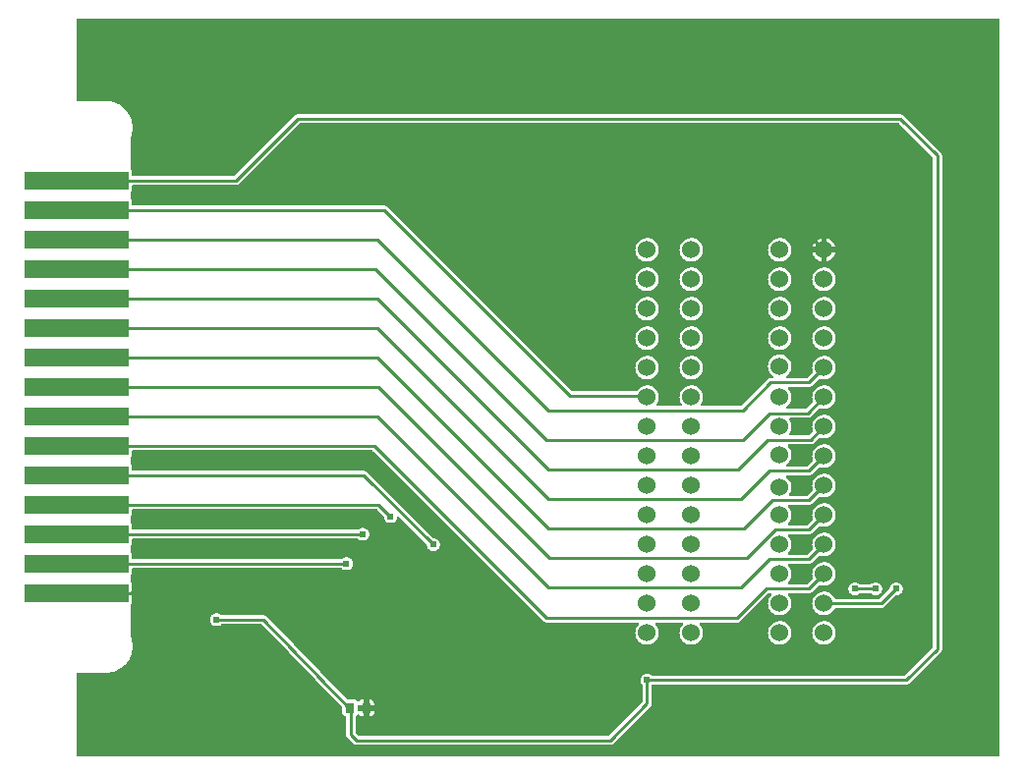
<source format=gtl>
G04 Layer: TopLayer*
G04 EasyEDA v6.5.22, 2023-04-21 14:11:52*
G04 02b723c2ecb045abbe3cd18361d6b951,0d2cea57a9a8422ebbcee2df73fbc454,10*
G04 Gerber Generator version 0.2*
G04 Scale: 100 percent, Rotated: No, Reflected: No *
G04 Dimensions in millimeters *
G04 leading zeros omitted , absolute positions ,4 integer and 5 decimal *
%FSLAX45Y45*%
%MOMM*%

%ADD10C,0.2540*%
%ADD11R,0.8000X0.9000*%
%ADD12R,9.0000X1.5240*%
%ADD13C,1.5240*%
%ADD14C,0.6096*%
%ADD15C,0.0119*%

%LPD*%
G36*
X733958Y-570992D02*
G01*
X730097Y-570230D01*
X726795Y-567994D01*
X724560Y-564743D01*
X723798Y-560832D01*
X723798Y142138D01*
X724560Y145999D01*
X726795Y149301D01*
X730097Y151536D01*
X733958Y152298D01*
X977646Y152298D01*
X998931Y153365D01*
X1021080Y156565D01*
X1042873Y161950D01*
X1064006Y169418D01*
X1086866Y180289D01*
X1105966Y191973D01*
X1123848Y205486D01*
X1140307Y220675D01*
X1155242Y237388D01*
X1168450Y255524D01*
X1178458Y272237D01*
X1188161Y292455D01*
X1189278Y295148D01*
X1195832Y313537D01*
X1201978Y338074D01*
X1204823Y357378D01*
X1206042Y379730D01*
X1204823Y405028D01*
X1201978Y424332D01*
X1196695Y445973D01*
X1194308Y453085D01*
X1193800Y456285D01*
X1193800Y742492D01*
X1194206Y745286D01*
X1195374Y747877D01*
X1197203Y750773D01*
X1199083Y756259D01*
X1199794Y762558D01*
X1199794Y814069D01*
X1196644Y816305D01*
X1194562Y819556D01*
X1193800Y823366D01*
X1193800Y853033D01*
X1194562Y856843D01*
X1196644Y860094D01*
X1199794Y862330D01*
X1199794Y913841D01*
X1199083Y920140D01*
X1197203Y925626D01*
X1195374Y928522D01*
X1194206Y931113D01*
X1193800Y933907D01*
X1193800Y996492D01*
X1194206Y999286D01*
X1195374Y1001877D01*
X1197203Y1004773D01*
X1199083Y1010259D01*
X1199794Y1016558D01*
X1199794Y1043432D01*
X1200607Y1047343D01*
X1202791Y1050594D01*
X1206093Y1052830D01*
X1209954Y1053592D01*
X3002991Y1053592D01*
X3006902Y1052830D01*
X3010204Y1050594D01*
X3011779Y1049020D01*
X3019806Y1043381D01*
X3028746Y1039266D01*
X3038195Y1036726D01*
X3048000Y1035862D01*
X3057804Y1036726D01*
X3067253Y1039266D01*
X3076194Y1043381D01*
X3084220Y1049020D01*
X3091180Y1055979D01*
X3096818Y1064006D01*
X3100933Y1072946D01*
X3103473Y1082395D01*
X3104337Y1092200D01*
X3103473Y1102004D01*
X3100933Y1111453D01*
X3096818Y1120394D01*
X3091180Y1128420D01*
X3084220Y1135380D01*
X3076194Y1141018D01*
X3067253Y1145133D01*
X3057804Y1147673D01*
X3048000Y1148537D01*
X3038195Y1147673D01*
X3028746Y1145133D01*
X3019806Y1141018D01*
X3011779Y1135380D01*
X3010204Y1133805D01*
X3006902Y1131570D01*
X3002991Y1130808D01*
X1209954Y1130808D01*
X1206093Y1131570D01*
X1202791Y1133805D01*
X1200607Y1137056D01*
X1199794Y1140968D01*
X1199794Y1167841D01*
X1199083Y1174140D01*
X1197203Y1179626D01*
X1195374Y1182522D01*
X1194206Y1185113D01*
X1193800Y1187907D01*
X1193800Y1250492D01*
X1194206Y1253286D01*
X1195374Y1255877D01*
X1197203Y1258773D01*
X1199083Y1264259D01*
X1199794Y1270558D01*
X1199794Y1297432D01*
X1200607Y1301343D01*
X1202791Y1304594D01*
X1206093Y1306830D01*
X1209954Y1307592D01*
X3142691Y1307592D01*
X3146602Y1306830D01*
X3149904Y1304594D01*
X3151479Y1303020D01*
X3159506Y1297381D01*
X3168446Y1293266D01*
X3177895Y1290726D01*
X3187700Y1289862D01*
X3197504Y1290726D01*
X3206953Y1293266D01*
X3215894Y1297381D01*
X3223920Y1303020D01*
X3230880Y1309979D01*
X3236518Y1318006D01*
X3240633Y1326946D01*
X3243173Y1336395D01*
X3244037Y1346200D01*
X3243173Y1356004D01*
X3240633Y1365453D01*
X3236518Y1374394D01*
X3230880Y1382420D01*
X3223920Y1389380D01*
X3215894Y1395018D01*
X3206953Y1399133D01*
X3197504Y1401673D01*
X3187700Y1402537D01*
X3177895Y1401673D01*
X3168446Y1399133D01*
X3159506Y1395018D01*
X3151479Y1389380D01*
X3149904Y1387805D01*
X3146602Y1385570D01*
X3142691Y1384808D01*
X1209954Y1384808D01*
X1206093Y1385570D01*
X1202791Y1387805D01*
X1200607Y1391056D01*
X1199794Y1394968D01*
X1199794Y1421841D01*
X1199083Y1428140D01*
X1197203Y1433626D01*
X1195374Y1436522D01*
X1194206Y1439113D01*
X1193800Y1441907D01*
X1193800Y1504492D01*
X1194206Y1507286D01*
X1195374Y1509877D01*
X1197203Y1512773D01*
X1199083Y1518259D01*
X1199794Y1524558D01*
X1199794Y1551432D01*
X1200607Y1555343D01*
X1202791Y1558594D01*
X1206093Y1560830D01*
X1209954Y1561592D01*
X3307181Y1561592D01*
X3311093Y1560830D01*
X3314395Y1558594D01*
X3369868Y1503121D01*
X3371900Y1500225D01*
X3372815Y1496822D01*
X3373526Y1488795D01*
X3376066Y1479346D01*
X3380181Y1470406D01*
X3385820Y1462379D01*
X3392779Y1455420D01*
X3400806Y1449781D01*
X3409746Y1445666D01*
X3419195Y1443126D01*
X3429000Y1442262D01*
X3438804Y1443126D01*
X3448253Y1445666D01*
X3457194Y1449781D01*
X3465220Y1455420D01*
X3472179Y1462379D01*
X3477818Y1470406D01*
X3481933Y1479346D01*
X3484473Y1488795D01*
X3484727Y1491640D01*
X3485794Y1495348D01*
X3488131Y1498346D01*
X3491382Y1500327D01*
X3495141Y1500936D01*
X3498900Y1500073D01*
X3502050Y1497939D01*
X3738168Y1261821D01*
X3740200Y1258925D01*
X3741115Y1255522D01*
X3741826Y1247495D01*
X3744366Y1238046D01*
X3748481Y1229106D01*
X3754120Y1221079D01*
X3761079Y1214120D01*
X3769106Y1208481D01*
X3778046Y1204366D01*
X3787495Y1201826D01*
X3797300Y1200962D01*
X3807104Y1201826D01*
X3816553Y1204366D01*
X3825494Y1208481D01*
X3833520Y1214120D01*
X3840479Y1221079D01*
X3846118Y1229106D01*
X3850233Y1238046D01*
X3852773Y1247495D01*
X3853637Y1257300D01*
X3852773Y1267104D01*
X3850233Y1276553D01*
X3846118Y1285494D01*
X3840479Y1293520D01*
X3833520Y1300480D01*
X3825494Y1306118D01*
X3816553Y1310233D01*
X3807104Y1312773D01*
X3799078Y1313484D01*
X3795674Y1314399D01*
X3792778Y1316431D01*
X3228035Y1881124D01*
X3221837Y1886254D01*
X3215132Y1889810D01*
X3207918Y1891995D01*
X3199892Y1892807D01*
X1209954Y1892807D01*
X1206093Y1893570D01*
X1202791Y1895805D01*
X1200607Y1899056D01*
X1199794Y1902968D01*
X1199794Y1929841D01*
X1199083Y1936140D01*
X1197203Y1941626D01*
X1195374Y1944522D01*
X1194206Y1947113D01*
X1193800Y1949907D01*
X1193800Y2012492D01*
X1194206Y2015286D01*
X1195374Y2017877D01*
X1197203Y2020773D01*
X1199083Y2026259D01*
X1199794Y2032558D01*
X1199794Y2059432D01*
X1200607Y2063343D01*
X1202791Y2066594D01*
X1206093Y2068830D01*
X1209954Y2069592D01*
X3269081Y2069592D01*
X3272993Y2068830D01*
X3276295Y2066594D01*
X4747564Y595376D01*
X4753762Y590245D01*
X4760468Y586689D01*
X4767681Y584504D01*
X4775708Y583692D01*
X5558536Y583692D01*
X5562346Y582930D01*
X5565597Y580847D01*
X5567781Y577646D01*
X5568696Y573887D01*
X5568035Y570026D01*
X5566054Y566724D01*
X5558688Y558546D01*
X5550966Y547319D01*
X5544820Y535178D01*
X5540349Y522274D01*
X5537606Y508914D01*
X5536692Y495300D01*
X5537606Y481685D01*
X5540349Y468325D01*
X5544820Y455422D01*
X5550966Y443280D01*
X5558688Y432054D01*
X5567832Y421893D01*
X5578246Y413105D01*
X5589727Y405790D01*
X5602122Y400050D01*
X5615127Y395986D01*
X5628589Y393750D01*
X5642203Y393293D01*
X5655767Y394614D01*
X5669026Y397814D01*
X5681776Y402691D01*
X5693714Y409244D01*
X5704687Y417322D01*
X5714492Y426821D01*
X5722975Y437540D01*
X5729935Y449275D01*
X5735218Y461822D01*
X5738825Y474980D01*
X5740654Y488492D01*
X5740654Y502107D01*
X5738825Y515620D01*
X5735218Y528777D01*
X5729935Y541324D01*
X5722975Y553059D01*
X5714492Y563778D01*
X5711952Y566216D01*
X5709716Y569518D01*
X5708904Y573430D01*
X5709615Y577342D01*
X5711799Y580694D01*
X5715101Y582930D01*
X5719064Y583692D01*
X5939536Y583692D01*
X5943346Y582930D01*
X5946597Y580847D01*
X5948781Y577646D01*
X5949696Y573887D01*
X5949035Y570026D01*
X5947054Y566724D01*
X5939688Y558546D01*
X5931966Y547319D01*
X5925820Y535178D01*
X5921349Y522274D01*
X5918606Y508914D01*
X5917692Y495300D01*
X5918606Y481685D01*
X5921349Y468325D01*
X5925820Y455422D01*
X5931966Y443280D01*
X5939688Y432054D01*
X5948832Y421893D01*
X5959246Y413105D01*
X5970727Y405790D01*
X5983122Y400050D01*
X5996127Y395986D01*
X6009589Y393750D01*
X6023203Y393293D01*
X6036767Y394614D01*
X6050026Y397814D01*
X6062776Y402691D01*
X6074714Y409244D01*
X6085687Y417322D01*
X6095492Y426821D01*
X6103975Y437540D01*
X6110935Y449275D01*
X6116218Y461822D01*
X6119825Y474980D01*
X6121654Y488492D01*
X6121654Y502107D01*
X6119825Y515620D01*
X6116218Y528777D01*
X6110935Y541324D01*
X6103975Y553059D01*
X6095492Y563778D01*
X6092952Y566216D01*
X6090716Y569518D01*
X6089904Y573430D01*
X6090615Y577342D01*
X6092799Y580694D01*
X6096101Y582930D01*
X6100064Y583692D01*
X6412992Y583692D01*
X6421018Y584504D01*
X6428232Y586689D01*
X6434937Y590245D01*
X6441135Y595376D01*
X6680504Y834694D01*
X6683806Y836930D01*
X6687718Y837692D01*
X6701536Y837692D01*
X6705346Y836930D01*
X6708597Y834847D01*
X6710781Y831646D01*
X6711696Y827887D01*
X6711035Y824026D01*
X6709054Y820724D01*
X6701688Y812546D01*
X6693966Y801319D01*
X6687820Y789178D01*
X6683349Y776274D01*
X6680606Y762914D01*
X6679692Y749300D01*
X6680606Y735685D01*
X6683349Y722325D01*
X6687820Y709422D01*
X6693966Y697280D01*
X6701688Y686054D01*
X6710832Y675894D01*
X6721246Y667105D01*
X6732727Y659790D01*
X6745122Y654050D01*
X6758127Y649986D01*
X6771589Y647750D01*
X6785203Y647293D01*
X6798767Y648614D01*
X6812025Y651814D01*
X6824776Y656691D01*
X6836714Y663244D01*
X6847687Y671322D01*
X6857492Y680821D01*
X6865975Y691540D01*
X6872935Y703275D01*
X6878218Y715822D01*
X6881825Y728980D01*
X6883653Y742492D01*
X6883653Y756107D01*
X6881825Y769620D01*
X6878218Y782777D01*
X6872935Y795324D01*
X6865975Y807059D01*
X6857492Y817778D01*
X6854952Y820216D01*
X6852716Y823518D01*
X6851903Y827430D01*
X6852615Y831342D01*
X6854799Y834694D01*
X6858101Y836930D01*
X6862064Y837692D01*
X7035292Y837692D01*
X7043318Y838504D01*
X7050531Y840689D01*
X7057237Y844245D01*
X7063435Y849376D01*
X7118756Y904646D01*
X7121753Y906729D01*
X7125309Y907592D01*
X7128916Y907135D01*
X7139127Y903986D01*
X7152589Y901750D01*
X7166203Y901293D01*
X7179767Y902614D01*
X7193025Y905814D01*
X7205776Y910691D01*
X7217714Y917244D01*
X7228687Y925321D01*
X7238492Y934821D01*
X7246975Y945540D01*
X7253935Y957275D01*
X7259218Y969822D01*
X7262825Y982980D01*
X7264653Y996492D01*
X7264653Y1010107D01*
X7262825Y1023619D01*
X7259218Y1036777D01*
X7253935Y1049324D01*
X7246975Y1061059D01*
X7238492Y1071778D01*
X7228687Y1081278D01*
X7217714Y1089355D01*
X7205776Y1095908D01*
X7193025Y1100785D01*
X7179767Y1103985D01*
X7166203Y1105306D01*
X7152589Y1104849D01*
X7139127Y1102614D01*
X7126122Y1098550D01*
X7113727Y1092809D01*
X7102246Y1085494D01*
X7091832Y1076706D01*
X7082688Y1066546D01*
X7074966Y1055319D01*
X7068820Y1043178D01*
X7064349Y1030274D01*
X7061606Y1016914D01*
X7060692Y1003300D01*
X7061606Y989685D01*
X7064349Y976325D01*
X7066584Y969822D01*
X7067143Y966063D01*
X7066330Y962406D01*
X7064197Y959307D01*
X7022795Y917905D01*
X7019493Y915669D01*
X7015581Y914908D01*
X6862064Y914908D01*
X6858101Y915669D01*
X6854799Y917905D01*
X6852615Y921258D01*
X6851903Y925169D01*
X6852716Y929081D01*
X6854952Y932383D01*
X6857492Y934821D01*
X6865975Y945540D01*
X6872935Y957275D01*
X6878218Y969822D01*
X6881825Y982980D01*
X6883653Y996492D01*
X6883653Y1010107D01*
X6881825Y1023619D01*
X6878218Y1036777D01*
X6872935Y1049324D01*
X6865975Y1061059D01*
X6857492Y1071778D01*
X6854952Y1074216D01*
X6852716Y1077518D01*
X6851903Y1081430D01*
X6852615Y1085342D01*
X6854799Y1088694D01*
X6858101Y1090930D01*
X6862064Y1091692D01*
X7035292Y1091692D01*
X7043318Y1092504D01*
X7050531Y1094689D01*
X7057237Y1098245D01*
X7063435Y1103376D01*
X7118756Y1158646D01*
X7121753Y1160729D01*
X7125309Y1161592D01*
X7128916Y1161135D01*
X7139127Y1157986D01*
X7152589Y1155750D01*
X7166203Y1155293D01*
X7179767Y1156614D01*
X7193025Y1159814D01*
X7205776Y1164691D01*
X7217714Y1171244D01*
X7228687Y1179322D01*
X7238492Y1188821D01*
X7246975Y1199540D01*
X7253935Y1211275D01*
X7259218Y1223822D01*
X7262825Y1236980D01*
X7264653Y1250492D01*
X7264653Y1264107D01*
X7262825Y1277620D01*
X7259218Y1290777D01*
X7253935Y1303324D01*
X7246975Y1315059D01*
X7238492Y1325778D01*
X7228687Y1335278D01*
X7217714Y1343355D01*
X7205776Y1349908D01*
X7193025Y1354785D01*
X7179767Y1357985D01*
X7166203Y1359306D01*
X7152589Y1358849D01*
X7139127Y1356614D01*
X7126122Y1352550D01*
X7113727Y1346809D01*
X7102246Y1339494D01*
X7091832Y1330706D01*
X7082688Y1320546D01*
X7074966Y1309319D01*
X7068820Y1297178D01*
X7064349Y1284274D01*
X7061606Y1270914D01*
X7060692Y1257300D01*
X7061606Y1243685D01*
X7064349Y1230325D01*
X7066584Y1223822D01*
X7067143Y1220063D01*
X7066330Y1216406D01*
X7064197Y1213307D01*
X7022795Y1171905D01*
X7019493Y1169670D01*
X7015581Y1168908D01*
X6862064Y1168908D01*
X6858101Y1169670D01*
X6854799Y1171905D01*
X6852615Y1175258D01*
X6851903Y1179169D01*
X6852716Y1183081D01*
X6854952Y1186383D01*
X6857492Y1188821D01*
X6865975Y1199540D01*
X6872935Y1211275D01*
X6878218Y1223822D01*
X6881825Y1236980D01*
X6883653Y1250492D01*
X6883653Y1264107D01*
X6881825Y1277620D01*
X6878218Y1290777D01*
X6872935Y1303324D01*
X6865975Y1315059D01*
X6857492Y1325778D01*
X6854952Y1328216D01*
X6852716Y1331518D01*
X6851903Y1335430D01*
X6852615Y1339342D01*
X6854799Y1342694D01*
X6858101Y1344930D01*
X6862064Y1345692D01*
X7035292Y1345692D01*
X7043318Y1346504D01*
X7050531Y1348689D01*
X7057237Y1352245D01*
X7063435Y1357376D01*
X7118756Y1412646D01*
X7121753Y1414729D01*
X7125309Y1415592D01*
X7128916Y1415135D01*
X7139127Y1411986D01*
X7152589Y1409750D01*
X7166203Y1409293D01*
X7179767Y1410614D01*
X7193025Y1413814D01*
X7205776Y1418691D01*
X7217714Y1425244D01*
X7228687Y1433322D01*
X7238492Y1442821D01*
X7246975Y1453540D01*
X7253935Y1465275D01*
X7259218Y1477822D01*
X7262825Y1490980D01*
X7264653Y1504492D01*
X7264653Y1518107D01*
X7262825Y1531620D01*
X7259218Y1544777D01*
X7253935Y1557324D01*
X7246975Y1569059D01*
X7238492Y1579778D01*
X7228687Y1589278D01*
X7217714Y1597355D01*
X7205776Y1603908D01*
X7193025Y1608785D01*
X7179767Y1611985D01*
X7166203Y1613306D01*
X7152589Y1612849D01*
X7139127Y1610614D01*
X7126122Y1606550D01*
X7113727Y1600809D01*
X7102246Y1593494D01*
X7091832Y1584706D01*
X7082688Y1574546D01*
X7074966Y1563319D01*
X7068820Y1551178D01*
X7064349Y1538274D01*
X7061606Y1524914D01*
X7060692Y1511300D01*
X7061606Y1497685D01*
X7064349Y1484325D01*
X7066584Y1477822D01*
X7067143Y1474063D01*
X7066330Y1470406D01*
X7064197Y1467307D01*
X7022795Y1425905D01*
X7019493Y1423670D01*
X7015581Y1422908D01*
X6862064Y1422908D01*
X6858101Y1423670D01*
X6854799Y1425905D01*
X6852615Y1429258D01*
X6851903Y1433169D01*
X6852716Y1437081D01*
X6854952Y1440383D01*
X6857492Y1442821D01*
X6865975Y1453540D01*
X6872935Y1465275D01*
X6878218Y1477822D01*
X6881825Y1490980D01*
X6883653Y1504492D01*
X6883653Y1518107D01*
X6881825Y1531620D01*
X6878218Y1544777D01*
X6872935Y1557324D01*
X6865975Y1569059D01*
X6857492Y1579778D01*
X6854952Y1582216D01*
X6852716Y1585518D01*
X6851903Y1589430D01*
X6852615Y1593342D01*
X6854799Y1596694D01*
X6858101Y1598930D01*
X6862064Y1599692D01*
X7035292Y1599692D01*
X7043318Y1600504D01*
X7050531Y1602689D01*
X7057237Y1606245D01*
X7063435Y1611376D01*
X7118756Y1666646D01*
X7121753Y1668729D01*
X7125309Y1669592D01*
X7128916Y1669135D01*
X7139127Y1665986D01*
X7152589Y1663750D01*
X7166203Y1663293D01*
X7179767Y1664614D01*
X7193025Y1667814D01*
X7205776Y1672691D01*
X7217714Y1679244D01*
X7228687Y1687322D01*
X7238492Y1696821D01*
X7246975Y1707540D01*
X7253935Y1719275D01*
X7259218Y1731822D01*
X7262825Y1744980D01*
X7264653Y1758492D01*
X7264653Y1772107D01*
X7262825Y1785620D01*
X7259218Y1798777D01*
X7253935Y1811324D01*
X7246975Y1823059D01*
X7238492Y1833778D01*
X7228687Y1843278D01*
X7217714Y1851355D01*
X7205776Y1857908D01*
X7193025Y1862785D01*
X7179767Y1865985D01*
X7166203Y1867306D01*
X7152589Y1866849D01*
X7139127Y1864614D01*
X7126122Y1860550D01*
X7113727Y1854809D01*
X7102246Y1847494D01*
X7091832Y1838706D01*
X7082688Y1828546D01*
X7074966Y1817319D01*
X7068820Y1805178D01*
X7064349Y1792274D01*
X7061606Y1778914D01*
X7060692Y1765300D01*
X7061606Y1751685D01*
X7064349Y1738325D01*
X7066584Y1731822D01*
X7067143Y1728063D01*
X7066330Y1724406D01*
X7064197Y1721307D01*
X7022795Y1679905D01*
X7019493Y1677670D01*
X7015581Y1676907D01*
X6872782Y1676907D01*
X6868363Y1677924D01*
X6864858Y1680718D01*
X6862876Y1684782D01*
X6862876Y1689303D01*
X6864807Y1693367D01*
X6865975Y1694840D01*
X6872935Y1706575D01*
X6878218Y1719122D01*
X6881825Y1732280D01*
X6883653Y1745792D01*
X6883653Y1759407D01*
X6881825Y1772920D01*
X6878218Y1786077D01*
X6872935Y1798624D01*
X6865975Y1810359D01*
X6857492Y1821078D01*
X6847687Y1830578D01*
X6841185Y1835353D01*
X6838391Y1838502D01*
X6837121Y1842516D01*
X6837578Y1846681D01*
X6839712Y1850339D01*
X6843115Y1852828D01*
X6847230Y1853692D01*
X7035292Y1853692D01*
X7043318Y1854504D01*
X7050531Y1856689D01*
X7057237Y1860245D01*
X7063435Y1865375D01*
X7118756Y1920646D01*
X7121753Y1922729D01*
X7125309Y1923592D01*
X7128916Y1923135D01*
X7139127Y1919986D01*
X7152589Y1917750D01*
X7166203Y1917293D01*
X7179767Y1918614D01*
X7193025Y1921814D01*
X7205776Y1926691D01*
X7217714Y1933244D01*
X7228687Y1941322D01*
X7238492Y1950821D01*
X7246975Y1961540D01*
X7253935Y1973275D01*
X7259218Y1985822D01*
X7262825Y1998980D01*
X7264653Y2012492D01*
X7264653Y2026107D01*
X7262825Y2039620D01*
X7259218Y2052777D01*
X7253935Y2065324D01*
X7246975Y2077059D01*
X7238492Y2087778D01*
X7228687Y2097278D01*
X7217714Y2105355D01*
X7205776Y2111908D01*
X7193025Y2116785D01*
X7179767Y2119985D01*
X7166203Y2121306D01*
X7152589Y2120849D01*
X7139127Y2118614D01*
X7126122Y2114550D01*
X7113727Y2108809D01*
X7102246Y2101494D01*
X7091832Y2092706D01*
X7082688Y2082546D01*
X7074966Y2071319D01*
X7068820Y2059178D01*
X7064349Y2046274D01*
X7061606Y2032914D01*
X7060692Y2019300D01*
X7061606Y2005685D01*
X7064349Y1992325D01*
X7066584Y1985822D01*
X7067143Y1982063D01*
X7066330Y1978406D01*
X7064197Y1975307D01*
X7022795Y1933905D01*
X7019493Y1931670D01*
X7015581Y1930907D01*
X6847230Y1930907D01*
X6843115Y1931771D01*
X6839712Y1934260D01*
X6837578Y1937918D01*
X6837121Y1942084D01*
X6838391Y1946097D01*
X6841185Y1949246D01*
X6847687Y1954022D01*
X6857492Y1963521D01*
X6865975Y1974240D01*
X6872935Y1985975D01*
X6878218Y1998522D01*
X6881825Y2011680D01*
X6883653Y2025192D01*
X6883653Y2038807D01*
X6881825Y2052320D01*
X6878218Y2065477D01*
X6872935Y2078024D01*
X6865975Y2089759D01*
X6857492Y2100478D01*
X6854952Y2102916D01*
X6852716Y2106218D01*
X6851903Y2110130D01*
X6852615Y2114042D01*
X6854799Y2117394D01*
X6858101Y2119630D01*
X6862064Y2120392D01*
X7047992Y2120392D01*
X7056018Y2121204D01*
X7063231Y2123389D01*
X7069937Y2126945D01*
X7076135Y2132076D01*
X7118756Y2174646D01*
X7121753Y2176729D01*
X7125309Y2177592D01*
X7128916Y2177135D01*
X7139127Y2173986D01*
X7152589Y2171750D01*
X7166203Y2171293D01*
X7179767Y2172614D01*
X7193025Y2175814D01*
X7205776Y2180691D01*
X7217714Y2187244D01*
X7228687Y2195322D01*
X7238492Y2204821D01*
X7246975Y2215540D01*
X7253935Y2227275D01*
X7259218Y2239822D01*
X7262825Y2252980D01*
X7264653Y2266492D01*
X7264653Y2280107D01*
X7262825Y2293620D01*
X7259218Y2306777D01*
X7253935Y2319324D01*
X7246975Y2331059D01*
X7238492Y2341778D01*
X7228687Y2351278D01*
X7217714Y2359355D01*
X7205776Y2365908D01*
X7193025Y2370785D01*
X7179767Y2373985D01*
X7166203Y2375306D01*
X7152589Y2374849D01*
X7139127Y2372614D01*
X7126122Y2368550D01*
X7113727Y2362809D01*
X7102246Y2355494D01*
X7091832Y2346706D01*
X7082688Y2336546D01*
X7074966Y2325319D01*
X7068820Y2313178D01*
X7064349Y2300274D01*
X7061606Y2286914D01*
X7060692Y2273300D01*
X7061606Y2259685D01*
X7064349Y2246325D01*
X7066584Y2239822D01*
X7067143Y2236063D01*
X7066330Y2232406D01*
X7064197Y2229307D01*
X7035495Y2200605D01*
X7032193Y2198370D01*
X7028281Y2197608D01*
X6872782Y2197608D01*
X6868363Y2198624D01*
X6864858Y2201418D01*
X6862876Y2205482D01*
X6862876Y2210003D01*
X6864807Y2214067D01*
X6865975Y2215540D01*
X6872935Y2227275D01*
X6878218Y2239822D01*
X6881825Y2252980D01*
X6883653Y2266492D01*
X6883653Y2280107D01*
X6881825Y2293620D01*
X6878218Y2306777D01*
X6872935Y2319324D01*
X6865975Y2331059D01*
X6864807Y2332532D01*
X6862876Y2336596D01*
X6862876Y2341118D01*
X6864858Y2345182D01*
X6868363Y2347976D01*
X6872782Y2348992D01*
X7022592Y2348992D01*
X7030618Y2349804D01*
X7037831Y2351989D01*
X7044537Y2355545D01*
X7050735Y2360676D01*
X7118756Y2428646D01*
X7121753Y2430729D01*
X7125309Y2431592D01*
X7128916Y2431135D01*
X7139127Y2427986D01*
X7152589Y2425750D01*
X7166203Y2425293D01*
X7179767Y2426614D01*
X7193025Y2429814D01*
X7205776Y2434691D01*
X7217714Y2441244D01*
X7228687Y2449322D01*
X7238492Y2458821D01*
X7246975Y2469540D01*
X7253935Y2481275D01*
X7259218Y2493822D01*
X7262825Y2506980D01*
X7264653Y2520492D01*
X7264653Y2534107D01*
X7262825Y2547620D01*
X7259218Y2560777D01*
X7253935Y2573324D01*
X7246975Y2585059D01*
X7238492Y2595778D01*
X7228687Y2605278D01*
X7217714Y2613355D01*
X7205776Y2619908D01*
X7193025Y2624785D01*
X7179767Y2627985D01*
X7166203Y2629306D01*
X7152589Y2628849D01*
X7139127Y2626614D01*
X7126122Y2622550D01*
X7113727Y2616809D01*
X7102246Y2609494D01*
X7091832Y2600706D01*
X7082688Y2590546D01*
X7074966Y2579319D01*
X7068820Y2567178D01*
X7064349Y2554274D01*
X7061606Y2540914D01*
X7060692Y2527300D01*
X7061606Y2513685D01*
X7064349Y2500325D01*
X7066584Y2493822D01*
X7067143Y2490063D01*
X7066330Y2486406D01*
X7064197Y2483307D01*
X7010095Y2429205D01*
X7006793Y2426970D01*
X7002881Y2426208D01*
X6847230Y2426208D01*
X6843115Y2427071D01*
X6839712Y2429560D01*
X6837578Y2433218D01*
X6837121Y2437384D01*
X6838391Y2441397D01*
X6841185Y2444546D01*
X6847687Y2449322D01*
X6857492Y2458821D01*
X6865975Y2469540D01*
X6872935Y2481275D01*
X6878218Y2493822D01*
X6881825Y2506980D01*
X6883653Y2520492D01*
X6883653Y2534107D01*
X6881825Y2547620D01*
X6878218Y2560777D01*
X6872935Y2573324D01*
X6865975Y2585059D01*
X6857492Y2595778D01*
X6854952Y2598216D01*
X6852716Y2601518D01*
X6851903Y2605430D01*
X6852615Y2609342D01*
X6854799Y2612694D01*
X6858101Y2614930D01*
X6862064Y2615692D01*
X7035292Y2615692D01*
X7043318Y2616504D01*
X7050531Y2618689D01*
X7057237Y2622245D01*
X7063435Y2627376D01*
X7118756Y2682646D01*
X7121753Y2684729D01*
X7125309Y2685592D01*
X7128916Y2685135D01*
X7139127Y2681986D01*
X7152589Y2679750D01*
X7166203Y2679293D01*
X7179767Y2680614D01*
X7193025Y2683814D01*
X7205776Y2688691D01*
X7217714Y2695244D01*
X7228687Y2703322D01*
X7238492Y2712821D01*
X7246975Y2723540D01*
X7253935Y2735275D01*
X7259218Y2747822D01*
X7262825Y2760980D01*
X7264653Y2774492D01*
X7264653Y2788107D01*
X7262825Y2801620D01*
X7259218Y2814777D01*
X7253935Y2827324D01*
X7246975Y2839059D01*
X7238492Y2849778D01*
X7228687Y2859278D01*
X7217714Y2867355D01*
X7205776Y2873908D01*
X7193025Y2878785D01*
X7179767Y2881985D01*
X7166203Y2883306D01*
X7152589Y2882849D01*
X7139127Y2880614D01*
X7126122Y2876550D01*
X7113727Y2870809D01*
X7102246Y2863494D01*
X7091832Y2854706D01*
X7082688Y2844546D01*
X7074966Y2833319D01*
X7068820Y2821178D01*
X7064349Y2808274D01*
X7061606Y2794914D01*
X7060692Y2781300D01*
X7061606Y2767685D01*
X7064349Y2754325D01*
X7066584Y2747822D01*
X7067143Y2744063D01*
X7066330Y2740406D01*
X7064197Y2737307D01*
X7022795Y2695905D01*
X7019493Y2693670D01*
X7015581Y2692908D01*
X6847230Y2692908D01*
X6843115Y2693771D01*
X6839712Y2696260D01*
X6837578Y2699918D01*
X6837121Y2704084D01*
X6838391Y2708097D01*
X6841185Y2711246D01*
X6847687Y2716022D01*
X6857492Y2725521D01*
X6865975Y2736240D01*
X6872935Y2747975D01*
X6878218Y2760522D01*
X6881825Y2773680D01*
X6883653Y2787192D01*
X6883653Y2800807D01*
X6881825Y2814320D01*
X6878218Y2827477D01*
X6872935Y2840024D01*
X6865975Y2851759D01*
X6857492Y2862478D01*
X6847687Y2871978D01*
X6836714Y2880055D01*
X6824776Y2886608D01*
X6812025Y2891485D01*
X6798767Y2894685D01*
X6785203Y2896006D01*
X6771589Y2895549D01*
X6758127Y2893314D01*
X6745122Y2889250D01*
X6732727Y2883509D01*
X6721246Y2876194D01*
X6710832Y2867406D01*
X6701688Y2857246D01*
X6693966Y2846019D01*
X6687820Y2833878D01*
X6683349Y2820974D01*
X6680606Y2807614D01*
X6679692Y2794000D01*
X6680606Y2780385D01*
X6683349Y2767025D01*
X6687820Y2754122D01*
X6693966Y2741980D01*
X6701688Y2730754D01*
X6710832Y2720594D01*
X6721551Y2711653D01*
X6724599Y2708605D01*
X6726123Y2704541D01*
X6725818Y2700223D01*
X6723735Y2696413D01*
X6720281Y2693822D01*
X6716064Y2692908D01*
X6706108Y2692908D01*
X6698081Y2692095D01*
X6690868Y2689910D01*
X6684162Y2686354D01*
X6677964Y2681224D01*
X6451295Y2454605D01*
X6447993Y2452370D01*
X6444081Y2451608D01*
X6110782Y2451608D01*
X6106363Y2452624D01*
X6102858Y2455418D01*
X6100876Y2459482D01*
X6100876Y2464003D01*
X6102807Y2468067D01*
X6103975Y2469540D01*
X6110935Y2481275D01*
X6116218Y2493822D01*
X6119825Y2506980D01*
X6121654Y2520492D01*
X6121654Y2534107D01*
X6119825Y2547620D01*
X6116218Y2560777D01*
X6110935Y2573324D01*
X6103975Y2585059D01*
X6095492Y2595778D01*
X6085687Y2605278D01*
X6074714Y2613355D01*
X6062776Y2619908D01*
X6050026Y2624785D01*
X6036767Y2627985D01*
X6023203Y2629306D01*
X6009589Y2628849D01*
X5996127Y2626614D01*
X5983122Y2622550D01*
X5970727Y2616809D01*
X5959246Y2609494D01*
X5948832Y2600706D01*
X5939688Y2590546D01*
X5931966Y2579319D01*
X5925820Y2567178D01*
X5921349Y2554274D01*
X5918606Y2540914D01*
X5917692Y2527300D01*
X5918606Y2513685D01*
X5921349Y2500325D01*
X5925820Y2487422D01*
X5931966Y2475280D01*
X5937300Y2467508D01*
X5938926Y2463444D01*
X5938723Y2459075D01*
X5936691Y2455214D01*
X5933186Y2452573D01*
X5928918Y2451608D01*
X5729782Y2451608D01*
X5725363Y2452624D01*
X5721858Y2455418D01*
X5719876Y2459482D01*
X5719876Y2464003D01*
X5721807Y2468067D01*
X5722975Y2469540D01*
X5729935Y2481275D01*
X5735218Y2493822D01*
X5738825Y2506980D01*
X5740654Y2520492D01*
X5740654Y2534107D01*
X5738825Y2547620D01*
X5735218Y2560777D01*
X5729935Y2573324D01*
X5722975Y2585059D01*
X5714492Y2595778D01*
X5704687Y2605278D01*
X5693714Y2613355D01*
X5681776Y2619908D01*
X5669026Y2624785D01*
X5655767Y2627985D01*
X5642203Y2629306D01*
X5628589Y2628849D01*
X5615127Y2626614D01*
X5602122Y2622550D01*
X5589727Y2616809D01*
X5578246Y2609494D01*
X5567832Y2600706D01*
X5558688Y2590546D01*
X5553506Y2583027D01*
X5551220Y2580640D01*
X5548376Y2579116D01*
X5545124Y2578608D01*
X4998618Y2578608D01*
X4994706Y2579370D01*
X4991404Y2581605D01*
X3405835Y4167124D01*
X3399637Y4172254D01*
X3392932Y4175810D01*
X3385718Y4177995D01*
X3377692Y4178808D01*
X1209954Y4178808D01*
X1206093Y4179570D01*
X1202791Y4181805D01*
X1200607Y4185056D01*
X1199794Y4188968D01*
X1199794Y4215841D01*
X1199083Y4222140D01*
X1197203Y4227626D01*
X1195374Y4230522D01*
X1194206Y4233113D01*
X1193800Y4235907D01*
X1193800Y4298492D01*
X1194206Y4301286D01*
X1195374Y4303877D01*
X1197203Y4306773D01*
X1199083Y4312259D01*
X1199794Y4318558D01*
X1199794Y4345432D01*
X1200607Y4349343D01*
X1202791Y4352594D01*
X1206093Y4354830D01*
X1209954Y4355592D01*
X2094992Y4355592D01*
X2103018Y4356404D01*
X2110232Y4358589D01*
X2116937Y4362145D01*
X2123135Y4367276D01*
X2641904Y4885994D01*
X2645206Y4888230D01*
X2649118Y4888992D01*
X7802981Y4888992D01*
X7806893Y4888230D01*
X7810195Y4885994D01*
X8099094Y4597095D01*
X8101330Y4593793D01*
X8102092Y4589881D01*
X8102092Y375818D01*
X8101330Y371906D01*
X8099094Y368604D01*
X7860995Y130505D01*
X7857693Y128270D01*
X7853781Y127508D01*
X5683808Y127508D01*
X5679897Y128270D01*
X5676595Y130505D01*
X5675020Y132080D01*
X5666994Y137718D01*
X5658053Y141833D01*
X5648604Y144373D01*
X5638800Y145237D01*
X5628995Y144373D01*
X5619546Y141833D01*
X5610606Y137718D01*
X5602579Y132080D01*
X5595620Y125120D01*
X5589981Y117094D01*
X5585866Y108153D01*
X5583326Y98704D01*
X5582462Y88900D01*
X5583326Y79095D01*
X5585866Y69646D01*
X5589981Y60706D01*
X5595620Y52679D01*
X5597194Y51104D01*
X5599430Y47802D01*
X5600192Y43891D01*
X5600192Y-94081D01*
X5599430Y-97993D01*
X5597194Y-101295D01*
X5308295Y-390194D01*
X5304993Y-392430D01*
X5301081Y-393192D01*
X3157118Y-393192D01*
X3153206Y-392430D01*
X3149904Y-390194D01*
X3127705Y-367995D01*
X3125470Y-364693D01*
X3124708Y-360781D01*
X3124708Y-230022D01*
X3125266Y-226618D01*
X3126994Y-223621D01*
X3129534Y-221386D01*
X3135782Y-217576D01*
X3139795Y-213512D01*
X3141014Y-211632D01*
X3143808Y-208686D01*
X3147568Y-207060D01*
X3151632Y-207060D01*
X3155391Y-208686D01*
X3158185Y-211632D01*
X3159404Y-213512D01*
X3163468Y-217627D01*
X3168396Y-220675D01*
X3173831Y-222605D01*
X3180181Y-223316D01*
X3194608Y-223316D01*
X3194608Y-177393D01*
X3155696Y-177393D01*
X3151784Y-176631D01*
X3148482Y-174396D01*
X3146298Y-171145D01*
X3145536Y-167233D01*
X3145536Y-137566D01*
X3146298Y-133654D01*
X3148482Y-130403D01*
X3151784Y-128168D01*
X3155696Y-127406D01*
X3194608Y-127406D01*
X3194608Y-81483D01*
X3180181Y-81483D01*
X3173831Y-82194D01*
X3168396Y-84124D01*
X3163468Y-87172D01*
X3159404Y-91287D01*
X3158185Y-93167D01*
X3155391Y-96113D01*
X3151632Y-97739D01*
X3147568Y-97739D01*
X3143808Y-96113D01*
X3141014Y-93167D01*
X3139795Y-91287D01*
X3135731Y-87172D01*
X3130804Y-84124D01*
X3125368Y-82194D01*
X3119018Y-81483D01*
X3062884Y-81483D01*
X3058871Y-80670D01*
X3055569Y-78384D01*
X2364892Y636066D01*
X2358745Y641299D01*
X2352141Y644956D01*
X2344978Y647293D01*
X2336241Y648208D01*
X1975408Y648208D01*
X1971497Y648970D01*
X1968195Y651205D01*
X1966620Y652780D01*
X1958593Y658418D01*
X1949653Y662533D01*
X1940204Y665073D01*
X1930400Y665937D01*
X1920595Y665073D01*
X1911146Y662533D01*
X1902206Y658418D01*
X1894179Y652780D01*
X1887220Y645820D01*
X1881581Y637794D01*
X1877466Y628853D01*
X1874926Y619404D01*
X1874062Y609600D01*
X1874926Y599795D01*
X1877466Y590346D01*
X1881581Y581406D01*
X1887220Y573379D01*
X1894179Y566420D01*
X1902206Y560781D01*
X1911146Y556666D01*
X1920595Y554126D01*
X1930400Y553262D01*
X1940204Y554126D01*
X1949653Y556666D01*
X1958593Y560781D01*
X1966620Y566420D01*
X1968195Y567994D01*
X1971497Y570230D01*
X1975408Y570992D01*
X2316124Y570992D01*
X2320086Y570179D01*
X2323439Y567893D01*
X3010865Y-143256D01*
X3012948Y-146507D01*
X3013710Y-150317D01*
X3013710Y-196850D01*
X3014421Y-203149D01*
X3016300Y-208635D01*
X3019399Y-213512D01*
X3023514Y-217627D01*
X3028391Y-220675D01*
X3033877Y-222605D01*
X3038449Y-223113D01*
X3042005Y-224180D01*
X3044901Y-226466D01*
X3046831Y-229565D01*
X3047492Y-233222D01*
X3047492Y-380492D01*
X3048304Y-388518D01*
X3050489Y-395732D01*
X3054045Y-402437D01*
X3059176Y-408635D01*
X3109264Y-458724D01*
X3115462Y-463854D01*
X3122168Y-467410D01*
X3129381Y-469595D01*
X3137408Y-470408D01*
X5320792Y-470408D01*
X5328818Y-469595D01*
X5336032Y-467410D01*
X5342737Y-463854D01*
X5348935Y-458724D01*
X5665724Y-141935D01*
X5670854Y-135737D01*
X5674410Y-129032D01*
X5676595Y-121818D01*
X5677408Y-113792D01*
X5677408Y40132D01*
X5678170Y44043D01*
X5680405Y47294D01*
X5683656Y49530D01*
X5687568Y50292D01*
X7873492Y50292D01*
X7881518Y51104D01*
X7888731Y53289D01*
X7895437Y56845D01*
X7901635Y61976D01*
X8167624Y327964D01*
X8172754Y334162D01*
X8176310Y340868D01*
X8178495Y348081D01*
X8179308Y356108D01*
X8179308Y4609592D01*
X8178495Y4617618D01*
X8176310Y4624832D01*
X8172754Y4631537D01*
X8167624Y4637735D01*
X7850835Y4954524D01*
X7844637Y4959654D01*
X7837931Y4963210D01*
X7830718Y4965395D01*
X7822692Y4966208D01*
X2629408Y4966208D01*
X2621381Y4965395D01*
X2614168Y4963210D01*
X2607462Y4959654D01*
X2601264Y4954524D01*
X2082495Y4435805D01*
X2079193Y4433570D01*
X2075281Y4432808D01*
X1209954Y4432808D01*
X1206093Y4433570D01*
X1202791Y4435805D01*
X1200607Y4439056D01*
X1199794Y4442968D01*
X1199794Y4469841D01*
X1199083Y4476140D01*
X1197203Y4481626D01*
X1195374Y4484522D01*
X1194206Y4487113D01*
X1193800Y4489907D01*
X1193800Y4776114D01*
X1194308Y4779314D01*
X1196695Y4786426D01*
X1201978Y4808067D01*
X1204823Y4827371D01*
X1206042Y4849723D01*
X1204823Y4875022D01*
X1201978Y4894326D01*
X1195832Y4918862D01*
X1189278Y4937252D01*
X1179830Y4957572D01*
X1178458Y4960162D01*
X1166825Y4979314D01*
X1153414Y4997246D01*
X1138275Y5013756D01*
X1123848Y5026914D01*
X1105966Y5040426D01*
X1086866Y5052110D01*
X1064006Y5062982D01*
X1042873Y5070449D01*
X1021080Y5075834D01*
X998931Y5079034D01*
X977646Y5080101D01*
X733958Y5080101D01*
X730097Y5080863D01*
X726795Y5083098D01*
X724560Y5086400D01*
X723798Y5090261D01*
X723798Y5405272D01*
X724408Y5410809D01*
X724408Y5780532D01*
X725170Y5784443D01*
X727405Y5787694D01*
X730656Y5789930D01*
X734568Y5790692D01*
X8663432Y5790692D01*
X8667343Y5789930D01*
X8670594Y5787694D01*
X8672830Y5784443D01*
X8673592Y5780532D01*
X8673592Y-560832D01*
X8672830Y-564743D01*
X8670594Y-567994D01*
X8667343Y-570230D01*
X8663432Y-570992D01*
G37*

%LPC*%
G36*
X3244596Y-223316D02*
G01*
X3259023Y-223316D01*
X3265322Y-222605D01*
X3270808Y-220675D01*
X3275685Y-217627D01*
X3279800Y-213512D01*
X3282899Y-208635D01*
X3284778Y-203149D01*
X3285490Y-196850D01*
X3285490Y-177393D01*
X3244596Y-177393D01*
G37*
G36*
X3244596Y-127406D02*
G01*
X3285490Y-127406D01*
X3285490Y-107950D01*
X3284778Y-101650D01*
X3282899Y-96164D01*
X3279800Y-91287D01*
X3275685Y-87172D01*
X3270808Y-84124D01*
X3265322Y-82194D01*
X3259023Y-81483D01*
X3244596Y-81483D01*
G37*
G36*
X7166203Y393293D02*
G01*
X7179767Y394614D01*
X7193025Y397814D01*
X7205776Y402691D01*
X7217714Y409244D01*
X7228687Y417322D01*
X7238492Y426821D01*
X7246975Y437540D01*
X7253935Y449275D01*
X7259218Y461822D01*
X7262825Y474980D01*
X7264653Y488492D01*
X7264653Y502107D01*
X7262825Y515620D01*
X7259218Y528777D01*
X7253935Y541324D01*
X7246975Y553059D01*
X7238492Y563778D01*
X7228687Y573278D01*
X7217714Y581355D01*
X7205776Y587908D01*
X7193025Y592785D01*
X7179767Y595985D01*
X7166203Y597306D01*
X7152589Y596849D01*
X7139127Y594614D01*
X7126122Y590550D01*
X7113727Y584809D01*
X7102246Y577494D01*
X7091832Y568706D01*
X7082688Y558546D01*
X7074966Y547319D01*
X7068820Y535178D01*
X7064349Y522274D01*
X7061606Y508914D01*
X7060692Y495300D01*
X7061606Y481685D01*
X7064349Y468325D01*
X7068820Y455422D01*
X7074966Y443280D01*
X7082688Y432054D01*
X7091832Y421893D01*
X7102246Y413105D01*
X7113727Y405790D01*
X7126122Y400050D01*
X7139127Y395986D01*
X7152589Y393750D01*
G37*
G36*
X6785203Y393293D02*
G01*
X6798767Y394614D01*
X6812025Y397814D01*
X6824776Y402691D01*
X6836714Y409244D01*
X6847687Y417322D01*
X6857492Y426821D01*
X6865975Y437540D01*
X6872935Y449275D01*
X6878218Y461822D01*
X6881825Y474980D01*
X6883653Y488492D01*
X6883653Y502107D01*
X6881825Y515620D01*
X6878218Y528777D01*
X6872935Y541324D01*
X6865975Y553059D01*
X6857492Y563778D01*
X6847687Y573278D01*
X6836714Y581355D01*
X6824776Y587908D01*
X6812025Y592785D01*
X6798767Y595985D01*
X6785203Y597306D01*
X6771589Y596849D01*
X6758127Y594614D01*
X6745122Y590550D01*
X6732727Y584809D01*
X6721246Y577494D01*
X6710832Y568706D01*
X6701688Y558546D01*
X6693966Y547319D01*
X6687820Y535178D01*
X6683349Y522274D01*
X6680606Y508914D01*
X6679692Y495300D01*
X6680606Y481685D01*
X6683349Y468325D01*
X6687820Y455422D01*
X6693966Y443280D01*
X6701688Y432054D01*
X6710832Y421893D01*
X6721246Y413105D01*
X6732727Y405790D01*
X6745122Y400050D01*
X6758127Y395986D01*
X6771589Y393750D01*
G37*
G36*
X7166203Y647293D02*
G01*
X7179767Y648614D01*
X7193025Y651814D01*
X7205776Y656691D01*
X7217714Y663244D01*
X7228687Y671322D01*
X7238492Y680821D01*
X7246975Y691540D01*
X7256627Y707745D01*
X7259929Y709930D01*
X7263790Y710692D01*
X7657592Y710692D01*
X7665618Y711504D01*
X7672831Y713689D01*
X7679537Y717245D01*
X7685735Y722376D01*
X7780578Y817168D01*
X7783474Y819200D01*
X7786878Y820115D01*
X7794904Y820826D01*
X7804353Y823366D01*
X7813294Y827481D01*
X7821320Y833119D01*
X7828280Y840079D01*
X7833918Y848106D01*
X7838033Y857046D01*
X7840573Y866495D01*
X7841437Y876300D01*
X7840573Y886104D01*
X7838033Y895553D01*
X7833918Y904494D01*
X7828280Y912520D01*
X7821320Y919480D01*
X7813294Y925118D01*
X7804353Y929233D01*
X7794904Y931773D01*
X7785100Y932637D01*
X7775295Y931773D01*
X7765846Y929233D01*
X7756906Y925118D01*
X7748879Y919480D01*
X7741920Y912520D01*
X7736281Y904494D01*
X7732166Y895553D01*
X7729626Y886104D01*
X7728915Y878078D01*
X7728000Y874674D01*
X7725968Y871778D01*
X7645095Y790905D01*
X7641793Y788670D01*
X7637881Y787908D01*
X7263790Y787908D01*
X7259929Y788670D01*
X7256627Y790854D01*
X7246975Y807059D01*
X7238492Y817778D01*
X7228687Y827278D01*
X7217714Y835355D01*
X7205776Y841908D01*
X7193025Y846785D01*
X7179767Y849985D01*
X7166203Y851306D01*
X7152589Y850849D01*
X7139127Y848614D01*
X7126122Y844550D01*
X7113727Y838809D01*
X7102246Y831494D01*
X7091832Y822706D01*
X7082688Y812546D01*
X7074966Y801319D01*
X7068820Y789178D01*
X7064349Y776274D01*
X7061606Y762914D01*
X7060692Y749300D01*
X7061606Y735685D01*
X7064349Y722325D01*
X7068820Y709422D01*
X7074966Y697280D01*
X7082688Y686054D01*
X7091832Y675894D01*
X7102246Y667105D01*
X7113727Y659790D01*
X7126122Y654050D01*
X7139127Y649986D01*
X7152589Y647750D01*
G37*
G36*
X7429500Y819962D02*
G01*
X7439304Y820826D01*
X7448753Y823366D01*
X7457694Y827481D01*
X7465720Y833119D01*
X7467295Y834694D01*
X7470597Y836930D01*
X7474508Y837692D01*
X7562291Y837692D01*
X7566202Y836930D01*
X7569504Y834694D01*
X7571079Y833119D01*
X7579106Y827481D01*
X7588046Y823366D01*
X7597495Y820826D01*
X7607300Y819962D01*
X7617104Y820826D01*
X7626553Y823366D01*
X7635494Y827481D01*
X7643520Y833119D01*
X7650480Y840079D01*
X7656118Y848106D01*
X7660233Y857046D01*
X7662773Y866495D01*
X7663637Y876300D01*
X7662773Y886104D01*
X7660233Y895553D01*
X7656118Y904494D01*
X7650480Y912520D01*
X7643520Y919480D01*
X7635494Y925118D01*
X7626553Y929233D01*
X7617104Y931773D01*
X7607300Y932637D01*
X7597495Y931773D01*
X7588046Y929233D01*
X7579106Y925118D01*
X7571079Y919480D01*
X7569504Y917905D01*
X7566202Y915669D01*
X7562291Y914908D01*
X7474508Y914908D01*
X7470597Y915669D01*
X7467295Y917905D01*
X7465720Y919480D01*
X7457694Y925118D01*
X7448753Y929233D01*
X7439304Y931773D01*
X7429500Y932637D01*
X7419695Y931773D01*
X7410246Y929233D01*
X7401306Y925118D01*
X7393279Y919480D01*
X7386320Y912520D01*
X7380681Y904494D01*
X7376566Y895553D01*
X7374026Y886104D01*
X7373162Y876300D01*
X7374026Y866495D01*
X7376566Y857046D01*
X7380681Y848106D01*
X7386320Y840079D01*
X7393279Y833119D01*
X7401306Y827481D01*
X7410246Y823366D01*
X7419695Y820826D01*
G37*
G36*
X6023203Y2679293D02*
G01*
X6036767Y2680614D01*
X6050026Y2683814D01*
X6062776Y2688691D01*
X6074714Y2695244D01*
X6085687Y2703322D01*
X6095492Y2712821D01*
X6103975Y2723540D01*
X6110935Y2735275D01*
X6116218Y2747822D01*
X6119825Y2760980D01*
X6121654Y2774492D01*
X6121654Y2788107D01*
X6119825Y2801620D01*
X6116218Y2814777D01*
X6110935Y2827324D01*
X6103975Y2839059D01*
X6095492Y2849778D01*
X6085687Y2859278D01*
X6074714Y2867355D01*
X6062776Y2873908D01*
X6050026Y2878785D01*
X6036767Y2881985D01*
X6023203Y2883306D01*
X6009589Y2882849D01*
X5996127Y2880614D01*
X5983122Y2876550D01*
X5970727Y2870809D01*
X5959246Y2863494D01*
X5948832Y2854706D01*
X5939688Y2844546D01*
X5931966Y2833319D01*
X5925820Y2821178D01*
X5921349Y2808274D01*
X5918606Y2794914D01*
X5917692Y2781300D01*
X5918606Y2767685D01*
X5921349Y2754325D01*
X5925820Y2741422D01*
X5931966Y2729280D01*
X5939688Y2718054D01*
X5948832Y2707894D01*
X5959246Y2699105D01*
X5970727Y2691790D01*
X5983122Y2686050D01*
X5996127Y2681986D01*
X6009589Y2679750D01*
G37*
G36*
X5642203Y2679293D02*
G01*
X5655767Y2680614D01*
X5669026Y2683814D01*
X5681776Y2688691D01*
X5693714Y2695244D01*
X5704687Y2703322D01*
X5714492Y2712821D01*
X5722975Y2723540D01*
X5729935Y2735275D01*
X5735218Y2747822D01*
X5738825Y2760980D01*
X5740654Y2774492D01*
X5740654Y2788107D01*
X5738825Y2801620D01*
X5735218Y2814777D01*
X5729935Y2827324D01*
X5722975Y2839059D01*
X5714492Y2849778D01*
X5704687Y2859278D01*
X5693714Y2867355D01*
X5681776Y2873908D01*
X5669026Y2878785D01*
X5655767Y2881985D01*
X5642203Y2883306D01*
X5628589Y2882849D01*
X5615127Y2880614D01*
X5602122Y2876550D01*
X5589727Y2870809D01*
X5578246Y2863494D01*
X5567832Y2854706D01*
X5558688Y2844546D01*
X5550966Y2833319D01*
X5544820Y2821178D01*
X5540349Y2808274D01*
X5537606Y2794914D01*
X5536692Y2781300D01*
X5537606Y2767685D01*
X5540349Y2754325D01*
X5544820Y2741422D01*
X5550966Y2729280D01*
X5558688Y2718054D01*
X5567832Y2707894D01*
X5578246Y2699105D01*
X5589727Y2691790D01*
X5602122Y2686050D01*
X5615127Y2681986D01*
X5628589Y2679750D01*
G37*
G36*
X6023203Y2933293D02*
G01*
X6036767Y2934614D01*
X6050026Y2937814D01*
X6062776Y2942691D01*
X6074714Y2949244D01*
X6085687Y2957322D01*
X6095492Y2966821D01*
X6103975Y2977540D01*
X6110935Y2989275D01*
X6116218Y3001822D01*
X6119825Y3014980D01*
X6121654Y3028492D01*
X6121654Y3042107D01*
X6119825Y3055620D01*
X6116218Y3068777D01*
X6110935Y3081324D01*
X6103975Y3093059D01*
X6095492Y3103778D01*
X6085687Y3113278D01*
X6074714Y3121355D01*
X6062776Y3127908D01*
X6050026Y3132785D01*
X6036767Y3135985D01*
X6023203Y3137306D01*
X6009589Y3136849D01*
X5996127Y3134614D01*
X5983122Y3130550D01*
X5970727Y3124809D01*
X5959246Y3117494D01*
X5948832Y3108706D01*
X5939688Y3098546D01*
X5931966Y3087319D01*
X5925820Y3075178D01*
X5921349Y3062274D01*
X5918606Y3048914D01*
X5917692Y3035300D01*
X5918606Y3021685D01*
X5921349Y3008325D01*
X5925820Y2995422D01*
X5931966Y2983280D01*
X5939688Y2972054D01*
X5948832Y2961894D01*
X5959246Y2953105D01*
X5970727Y2945790D01*
X5983122Y2940050D01*
X5996127Y2935986D01*
X6009589Y2933750D01*
G37*
G36*
X6785203Y2933293D02*
G01*
X6798767Y2934614D01*
X6812025Y2937814D01*
X6824776Y2942691D01*
X6836714Y2949244D01*
X6847687Y2957322D01*
X6857492Y2966821D01*
X6865975Y2977540D01*
X6872935Y2989275D01*
X6878218Y3001822D01*
X6881825Y3014980D01*
X6883653Y3028492D01*
X6883653Y3042107D01*
X6881825Y3055620D01*
X6878218Y3068777D01*
X6872935Y3081324D01*
X6865975Y3093059D01*
X6857492Y3103778D01*
X6847687Y3113278D01*
X6836714Y3121355D01*
X6824776Y3127908D01*
X6812025Y3132785D01*
X6798767Y3135985D01*
X6785203Y3137306D01*
X6771589Y3136849D01*
X6758127Y3134614D01*
X6745122Y3130550D01*
X6732727Y3124809D01*
X6721246Y3117494D01*
X6710832Y3108706D01*
X6701688Y3098546D01*
X6693966Y3087319D01*
X6687820Y3075178D01*
X6683349Y3062274D01*
X6680606Y3048914D01*
X6679692Y3035300D01*
X6680606Y3021685D01*
X6683349Y3008325D01*
X6687820Y2995422D01*
X6693966Y2983280D01*
X6701688Y2972054D01*
X6710832Y2961894D01*
X6721246Y2953105D01*
X6732727Y2945790D01*
X6745122Y2940050D01*
X6758127Y2935986D01*
X6771589Y2933750D01*
G37*
G36*
X7166203Y2933293D02*
G01*
X7179767Y2934614D01*
X7193025Y2937814D01*
X7205776Y2942691D01*
X7217714Y2949244D01*
X7228687Y2957322D01*
X7238492Y2966821D01*
X7246975Y2977540D01*
X7253935Y2989275D01*
X7259218Y3001822D01*
X7262825Y3014980D01*
X7264653Y3028492D01*
X7264653Y3042107D01*
X7262825Y3055620D01*
X7259218Y3068777D01*
X7253935Y3081324D01*
X7246975Y3093059D01*
X7238492Y3103778D01*
X7228687Y3113278D01*
X7217714Y3121355D01*
X7205776Y3127908D01*
X7193025Y3132785D01*
X7179767Y3135985D01*
X7166203Y3137306D01*
X7152589Y3136849D01*
X7139127Y3134614D01*
X7126122Y3130550D01*
X7113727Y3124809D01*
X7102246Y3117494D01*
X7091832Y3108706D01*
X7082688Y3098546D01*
X7074966Y3087319D01*
X7068820Y3075178D01*
X7064349Y3062274D01*
X7061606Y3048914D01*
X7060692Y3035300D01*
X7061606Y3021685D01*
X7064349Y3008325D01*
X7068820Y2995422D01*
X7074966Y2983280D01*
X7082688Y2972054D01*
X7091832Y2961894D01*
X7102246Y2953105D01*
X7113727Y2945790D01*
X7126122Y2940050D01*
X7139127Y2935986D01*
X7152589Y2933750D01*
G37*
G36*
X5642203Y2933293D02*
G01*
X5655767Y2934614D01*
X5669026Y2937814D01*
X5681776Y2942691D01*
X5693714Y2949244D01*
X5704687Y2957322D01*
X5714492Y2966821D01*
X5722975Y2977540D01*
X5729935Y2989275D01*
X5735218Y3001822D01*
X5738825Y3014980D01*
X5740654Y3028492D01*
X5740654Y3042107D01*
X5738825Y3055620D01*
X5735218Y3068777D01*
X5729935Y3081324D01*
X5722975Y3093059D01*
X5714492Y3103778D01*
X5704687Y3113278D01*
X5693714Y3121355D01*
X5681776Y3127908D01*
X5669026Y3132785D01*
X5655767Y3135985D01*
X5642203Y3137306D01*
X5628589Y3136849D01*
X5615127Y3134614D01*
X5602122Y3130550D01*
X5589727Y3124809D01*
X5578246Y3117494D01*
X5567832Y3108706D01*
X5558688Y3098546D01*
X5550966Y3087319D01*
X5544820Y3075178D01*
X5540349Y3062274D01*
X5537606Y3048914D01*
X5536692Y3035300D01*
X5537606Y3021685D01*
X5540349Y3008325D01*
X5544820Y2995422D01*
X5550966Y2983280D01*
X5558688Y2972054D01*
X5567832Y2961894D01*
X5578246Y2953105D01*
X5589727Y2945790D01*
X5602122Y2940050D01*
X5615127Y2935986D01*
X5628589Y2933750D01*
G37*
G36*
X6023203Y3187293D02*
G01*
X6036767Y3188614D01*
X6050026Y3191814D01*
X6062776Y3196691D01*
X6074714Y3203244D01*
X6085687Y3211322D01*
X6095492Y3220821D01*
X6103975Y3231540D01*
X6110935Y3243275D01*
X6116218Y3255822D01*
X6119825Y3268979D01*
X6121654Y3282492D01*
X6121654Y3296107D01*
X6119825Y3309620D01*
X6116218Y3322777D01*
X6110935Y3335324D01*
X6103975Y3347059D01*
X6095492Y3357778D01*
X6085687Y3367278D01*
X6074714Y3375355D01*
X6062776Y3381908D01*
X6050026Y3386785D01*
X6036767Y3389985D01*
X6023203Y3391306D01*
X6009589Y3390849D01*
X5996127Y3388614D01*
X5983122Y3384550D01*
X5970727Y3378809D01*
X5959246Y3371494D01*
X5948832Y3362706D01*
X5939688Y3352546D01*
X5931966Y3341319D01*
X5925820Y3329178D01*
X5921349Y3316274D01*
X5918606Y3302914D01*
X5917692Y3289300D01*
X5918606Y3275685D01*
X5921349Y3262325D01*
X5925820Y3249422D01*
X5931966Y3237280D01*
X5939688Y3226054D01*
X5948832Y3215894D01*
X5959246Y3207105D01*
X5970727Y3199790D01*
X5983122Y3194050D01*
X5996127Y3189986D01*
X6009589Y3187750D01*
G37*
G36*
X6785203Y3187293D02*
G01*
X6798767Y3188614D01*
X6812025Y3191814D01*
X6824776Y3196691D01*
X6836714Y3203244D01*
X6847687Y3211322D01*
X6857492Y3220821D01*
X6865975Y3231540D01*
X6872935Y3243275D01*
X6878218Y3255822D01*
X6881825Y3268979D01*
X6883653Y3282492D01*
X6883653Y3296107D01*
X6881825Y3309620D01*
X6878218Y3322777D01*
X6872935Y3335324D01*
X6865975Y3347059D01*
X6857492Y3357778D01*
X6847687Y3367278D01*
X6836714Y3375355D01*
X6824776Y3381908D01*
X6812025Y3386785D01*
X6798767Y3389985D01*
X6785203Y3391306D01*
X6771589Y3390849D01*
X6758127Y3388614D01*
X6745122Y3384550D01*
X6732727Y3378809D01*
X6721246Y3371494D01*
X6710832Y3362706D01*
X6701688Y3352546D01*
X6693966Y3341319D01*
X6687820Y3329178D01*
X6683349Y3316274D01*
X6680606Y3302914D01*
X6679692Y3289300D01*
X6680606Y3275685D01*
X6683349Y3262325D01*
X6687820Y3249422D01*
X6693966Y3237280D01*
X6701688Y3226054D01*
X6710832Y3215894D01*
X6721246Y3207105D01*
X6732727Y3199790D01*
X6745122Y3194050D01*
X6758127Y3189986D01*
X6771589Y3187750D01*
G37*
G36*
X7166203Y3187293D02*
G01*
X7179767Y3188614D01*
X7193025Y3191814D01*
X7205776Y3196691D01*
X7217714Y3203244D01*
X7228687Y3211322D01*
X7238492Y3220821D01*
X7246975Y3231540D01*
X7253935Y3243275D01*
X7259218Y3255822D01*
X7262825Y3268979D01*
X7264653Y3282492D01*
X7264653Y3296107D01*
X7262825Y3309620D01*
X7259218Y3322777D01*
X7253935Y3335324D01*
X7246975Y3347059D01*
X7238492Y3357778D01*
X7228687Y3367278D01*
X7217714Y3375355D01*
X7205776Y3381908D01*
X7193025Y3386785D01*
X7179767Y3389985D01*
X7166203Y3391306D01*
X7152589Y3390849D01*
X7139127Y3388614D01*
X7126122Y3384550D01*
X7113727Y3378809D01*
X7102246Y3371494D01*
X7091832Y3362706D01*
X7082688Y3352546D01*
X7074966Y3341319D01*
X7068820Y3329178D01*
X7064349Y3316274D01*
X7061606Y3302914D01*
X7060692Y3289300D01*
X7061606Y3275685D01*
X7064349Y3262325D01*
X7068820Y3249422D01*
X7074966Y3237280D01*
X7082688Y3226054D01*
X7091832Y3215894D01*
X7102246Y3207105D01*
X7113727Y3199790D01*
X7126122Y3194050D01*
X7139127Y3189986D01*
X7152589Y3187750D01*
G37*
G36*
X5642203Y3187293D02*
G01*
X5655767Y3188614D01*
X5669026Y3191814D01*
X5681776Y3196691D01*
X5693714Y3203244D01*
X5704687Y3211322D01*
X5714492Y3220821D01*
X5722975Y3231540D01*
X5729935Y3243275D01*
X5735218Y3255822D01*
X5738825Y3268979D01*
X5740654Y3282492D01*
X5740654Y3296107D01*
X5738825Y3309620D01*
X5735218Y3322777D01*
X5729935Y3335324D01*
X5722975Y3347059D01*
X5714492Y3357778D01*
X5704687Y3367278D01*
X5693714Y3375355D01*
X5681776Y3381908D01*
X5669026Y3386785D01*
X5655767Y3389985D01*
X5642203Y3391306D01*
X5628589Y3390849D01*
X5615127Y3388614D01*
X5602122Y3384550D01*
X5589727Y3378809D01*
X5578246Y3371494D01*
X5567832Y3362706D01*
X5558688Y3352546D01*
X5550966Y3341319D01*
X5544820Y3329178D01*
X5540349Y3316274D01*
X5537606Y3302914D01*
X5536692Y3289300D01*
X5537606Y3275685D01*
X5540349Y3262325D01*
X5544820Y3249422D01*
X5550966Y3237280D01*
X5558688Y3226054D01*
X5567832Y3215894D01*
X5578246Y3207105D01*
X5589727Y3199790D01*
X5602122Y3194050D01*
X5615127Y3189986D01*
X5628589Y3187750D01*
G37*
G36*
X7166203Y3441293D02*
G01*
X7179767Y3442614D01*
X7193025Y3445814D01*
X7205776Y3450691D01*
X7217714Y3457244D01*
X7228687Y3465322D01*
X7238492Y3474821D01*
X7246975Y3485540D01*
X7253935Y3497275D01*
X7259218Y3509822D01*
X7262825Y3522979D01*
X7264653Y3536492D01*
X7264653Y3550107D01*
X7262825Y3563620D01*
X7259218Y3576777D01*
X7253935Y3589324D01*
X7246975Y3601059D01*
X7238492Y3611778D01*
X7228687Y3621278D01*
X7217714Y3629355D01*
X7205776Y3635908D01*
X7193025Y3640785D01*
X7179767Y3643985D01*
X7166203Y3645306D01*
X7152589Y3644849D01*
X7139127Y3642614D01*
X7126122Y3638550D01*
X7113727Y3632809D01*
X7102246Y3625494D01*
X7091832Y3616706D01*
X7082688Y3606546D01*
X7074966Y3595319D01*
X7068820Y3583178D01*
X7064349Y3570274D01*
X7061606Y3556914D01*
X7060692Y3543300D01*
X7061606Y3529685D01*
X7064349Y3516325D01*
X7068820Y3503422D01*
X7074966Y3491280D01*
X7082688Y3480054D01*
X7091832Y3469894D01*
X7102246Y3461105D01*
X7113727Y3453790D01*
X7126122Y3448050D01*
X7139127Y3443986D01*
X7152589Y3441750D01*
G37*
G36*
X5642203Y3441293D02*
G01*
X5655767Y3442614D01*
X5669026Y3445814D01*
X5681776Y3450691D01*
X5693714Y3457244D01*
X5704687Y3465322D01*
X5714492Y3474821D01*
X5722975Y3485540D01*
X5729935Y3497275D01*
X5735218Y3509822D01*
X5738825Y3522979D01*
X5740654Y3536492D01*
X5740654Y3550107D01*
X5738825Y3563620D01*
X5735218Y3576777D01*
X5729935Y3589324D01*
X5722975Y3601059D01*
X5714492Y3611778D01*
X5704687Y3621278D01*
X5693714Y3629355D01*
X5681776Y3635908D01*
X5669026Y3640785D01*
X5655767Y3643985D01*
X5642203Y3645306D01*
X5628589Y3644849D01*
X5615127Y3642614D01*
X5602122Y3638550D01*
X5589727Y3632809D01*
X5578246Y3625494D01*
X5567832Y3616706D01*
X5558688Y3606546D01*
X5550966Y3595319D01*
X5544820Y3583178D01*
X5540349Y3570274D01*
X5537606Y3556914D01*
X5536692Y3543300D01*
X5537606Y3529685D01*
X5540349Y3516325D01*
X5544820Y3503422D01*
X5550966Y3491280D01*
X5558688Y3480054D01*
X5567832Y3469894D01*
X5578246Y3461105D01*
X5589727Y3453790D01*
X5602122Y3448050D01*
X5615127Y3443986D01*
X5628589Y3441750D01*
G37*
G36*
X6023203Y3441293D02*
G01*
X6036767Y3442614D01*
X6050026Y3445814D01*
X6062776Y3450691D01*
X6074714Y3457244D01*
X6085687Y3465322D01*
X6095492Y3474821D01*
X6103975Y3485540D01*
X6110935Y3497275D01*
X6116218Y3509822D01*
X6119825Y3522979D01*
X6121654Y3536492D01*
X6121654Y3550107D01*
X6119825Y3563620D01*
X6116218Y3576777D01*
X6110935Y3589324D01*
X6103975Y3601059D01*
X6095492Y3611778D01*
X6085687Y3621278D01*
X6074714Y3629355D01*
X6062776Y3635908D01*
X6050026Y3640785D01*
X6036767Y3643985D01*
X6023203Y3645306D01*
X6009589Y3644849D01*
X5996127Y3642614D01*
X5983122Y3638550D01*
X5970727Y3632809D01*
X5959246Y3625494D01*
X5948832Y3616706D01*
X5939688Y3606546D01*
X5931966Y3595319D01*
X5925820Y3583178D01*
X5921349Y3570274D01*
X5918606Y3556914D01*
X5917692Y3543300D01*
X5918606Y3529685D01*
X5921349Y3516325D01*
X5925820Y3503422D01*
X5931966Y3491280D01*
X5939688Y3480054D01*
X5948832Y3469894D01*
X5959246Y3461105D01*
X5970727Y3453790D01*
X5983122Y3448050D01*
X5996127Y3443986D01*
X6009589Y3441750D01*
G37*
G36*
X6785203Y3441293D02*
G01*
X6798767Y3442614D01*
X6812025Y3445814D01*
X6824776Y3450691D01*
X6836714Y3457244D01*
X6847687Y3465322D01*
X6857492Y3474821D01*
X6865975Y3485540D01*
X6872935Y3497275D01*
X6878218Y3509822D01*
X6881825Y3522979D01*
X6883653Y3536492D01*
X6883653Y3550107D01*
X6881825Y3563620D01*
X6878218Y3576777D01*
X6872935Y3589324D01*
X6865975Y3601059D01*
X6857492Y3611778D01*
X6847687Y3621278D01*
X6836714Y3629355D01*
X6824776Y3635908D01*
X6812025Y3640785D01*
X6798767Y3643985D01*
X6785203Y3645306D01*
X6771589Y3644849D01*
X6758127Y3642614D01*
X6745122Y3638550D01*
X6732727Y3632809D01*
X6721246Y3625494D01*
X6710832Y3616706D01*
X6701688Y3606546D01*
X6693966Y3595319D01*
X6687820Y3583178D01*
X6683349Y3570274D01*
X6680606Y3556914D01*
X6679692Y3543300D01*
X6680606Y3529685D01*
X6683349Y3516325D01*
X6687820Y3503422D01*
X6693966Y3491280D01*
X6701688Y3480054D01*
X6710832Y3469894D01*
X6721246Y3461105D01*
X6732727Y3453790D01*
X6745122Y3448050D01*
X6758127Y3443986D01*
X6771589Y3441750D01*
G37*
G36*
X6785203Y3695293D02*
G01*
X6798767Y3696614D01*
X6812025Y3699814D01*
X6824776Y3704691D01*
X6836714Y3711244D01*
X6847687Y3719322D01*
X6857492Y3728821D01*
X6865975Y3739540D01*
X6872935Y3751275D01*
X6878218Y3763822D01*
X6881825Y3776979D01*
X6883653Y3790492D01*
X6883653Y3804107D01*
X6881825Y3817620D01*
X6878218Y3830777D01*
X6872935Y3843324D01*
X6865975Y3855059D01*
X6857492Y3865778D01*
X6847687Y3875278D01*
X6836714Y3883355D01*
X6824776Y3889908D01*
X6812025Y3894785D01*
X6798767Y3897985D01*
X6785203Y3899306D01*
X6771589Y3898849D01*
X6758127Y3896614D01*
X6745122Y3892550D01*
X6732727Y3886809D01*
X6721246Y3879494D01*
X6710832Y3870706D01*
X6701688Y3860546D01*
X6693966Y3849319D01*
X6687820Y3837178D01*
X6683349Y3824274D01*
X6680606Y3810914D01*
X6679692Y3797300D01*
X6680606Y3783685D01*
X6683349Y3770325D01*
X6687820Y3757422D01*
X6693966Y3745280D01*
X6701688Y3734054D01*
X6710832Y3723894D01*
X6721246Y3715105D01*
X6732727Y3707790D01*
X6745122Y3702050D01*
X6758127Y3697986D01*
X6771589Y3695750D01*
G37*
G36*
X5642203Y3695293D02*
G01*
X5655767Y3696614D01*
X5669026Y3699814D01*
X5681776Y3704691D01*
X5693714Y3711244D01*
X5704687Y3719322D01*
X5714492Y3728821D01*
X5722975Y3739540D01*
X5729935Y3751275D01*
X5735218Y3763822D01*
X5738825Y3776979D01*
X5740654Y3790492D01*
X5740654Y3804107D01*
X5738825Y3817620D01*
X5735218Y3830777D01*
X5729935Y3843324D01*
X5722975Y3855059D01*
X5714492Y3865778D01*
X5704687Y3875278D01*
X5693714Y3883355D01*
X5681776Y3889908D01*
X5669026Y3894785D01*
X5655767Y3897985D01*
X5642203Y3899306D01*
X5628589Y3898849D01*
X5615127Y3896614D01*
X5602122Y3892550D01*
X5589727Y3886809D01*
X5578246Y3879494D01*
X5567832Y3870706D01*
X5558688Y3860546D01*
X5550966Y3849319D01*
X5544820Y3837178D01*
X5540349Y3824274D01*
X5537606Y3810914D01*
X5536692Y3797300D01*
X5537606Y3783685D01*
X5540349Y3770325D01*
X5544820Y3757422D01*
X5550966Y3745280D01*
X5558688Y3734054D01*
X5567832Y3723894D01*
X5578246Y3715105D01*
X5589727Y3707790D01*
X5602122Y3702050D01*
X5615127Y3697986D01*
X5628589Y3695750D01*
G37*
G36*
X6023203Y3695293D02*
G01*
X6036767Y3696614D01*
X6050026Y3699814D01*
X6062776Y3704691D01*
X6074714Y3711244D01*
X6085687Y3719322D01*
X6095492Y3728821D01*
X6103975Y3739540D01*
X6110935Y3751275D01*
X6116218Y3763822D01*
X6119825Y3776979D01*
X6121654Y3790492D01*
X6121654Y3804107D01*
X6119825Y3817620D01*
X6116218Y3830777D01*
X6110935Y3843324D01*
X6103975Y3855059D01*
X6095492Y3865778D01*
X6085687Y3875278D01*
X6074714Y3883355D01*
X6062776Y3889908D01*
X6050026Y3894785D01*
X6036767Y3897985D01*
X6023203Y3899306D01*
X6009589Y3898849D01*
X5996127Y3896614D01*
X5983122Y3892550D01*
X5970727Y3886809D01*
X5959246Y3879494D01*
X5948832Y3870706D01*
X5939688Y3860546D01*
X5931966Y3849319D01*
X5925820Y3837178D01*
X5921349Y3824274D01*
X5918606Y3810914D01*
X5917692Y3797300D01*
X5918606Y3783685D01*
X5921349Y3770325D01*
X5925820Y3757422D01*
X5931966Y3745280D01*
X5939688Y3734054D01*
X5948832Y3723894D01*
X5959246Y3715105D01*
X5970727Y3707790D01*
X5983122Y3702050D01*
X5996127Y3697986D01*
X6009589Y3695750D01*
G37*
G36*
X7137806Y3698392D02*
G01*
X7137806Y3772306D01*
X7063943Y3772306D01*
X7064349Y3770325D01*
X7068820Y3757422D01*
X7074966Y3745280D01*
X7082688Y3734054D01*
X7091832Y3723894D01*
X7102246Y3715105D01*
X7113727Y3707790D01*
X7126122Y3702050D01*
G37*
G36*
X7187793Y3698544D02*
G01*
X7193025Y3699814D01*
X7205776Y3704691D01*
X7217714Y3711244D01*
X7228687Y3719322D01*
X7238492Y3728821D01*
X7246975Y3739540D01*
X7253935Y3751275D01*
X7259218Y3763822D01*
X7261555Y3772306D01*
X7187793Y3772306D01*
G37*
G36*
X7187793Y3822293D02*
G01*
X7261555Y3822293D01*
X7259218Y3830777D01*
X7253935Y3843324D01*
X7246975Y3855059D01*
X7238492Y3865778D01*
X7228687Y3875278D01*
X7217714Y3883355D01*
X7205776Y3889908D01*
X7193025Y3894785D01*
X7187793Y3896055D01*
G37*
G36*
X7063943Y3822293D02*
G01*
X7137806Y3822293D01*
X7137806Y3896207D01*
X7126122Y3892550D01*
X7113727Y3886809D01*
X7102246Y3879494D01*
X7091832Y3870706D01*
X7082688Y3860546D01*
X7074966Y3849319D01*
X7068820Y3837178D01*
X7064349Y3824274D01*
G37*

%LPD*%
D10*
X723900Y838200D02*
G01*
X2438400Y838200D01*
X3060700Y215900D01*
X3588004Y215900D01*
X723900Y2362200D02*
G01*
X3314700Y2362200D01*
X4787900Y889000D01*
X6451600Y889000D01*
X6692900Y1130300D01*
X7035800Y1130300D01*
X7162800Y1257300D01*
X3219602Y-152400D02*
G01*
X3416300Y-152400D01*
X3479800Y-88900D01*
X3479800Y38100D01*
X3657600Y215900D01*
X3748346Y215900D01*
X3079597Y-152400D02*
G01*
X3086100Y-158902D01*
X3086100Y-381000D01*
X3136900Y-431800D01*
X5321300Y-431800D01*
X5638800Y-114300D01*
X5638800Y88900D01*
X723900Y3124200D02*
G01*
X3314700Y3124200D01*
X4787900Y1651000D01*
X5823965Y1651000D01*
X6451600Y1651000D01*
X6692900Y1892300D01*
X7035800Y1892300D01*
X7162800Y2019300D01*
X723900Y4394200D02*
G01*
X2095500Y4394200D01*
X2628900Y4927600D01*
X7823200Y4927600D01*
X8140700Y4610100D01*
X8140700Y355600D01*
X7874000Y88900D01*
X5638800Y88900D01*
X3588004Y215900D02*
G01*
X7810500Y215900D01*
X8039100Y444500D01*
X8039100Y3581400D01*
X7823200Y3797300D01*
X7162800Y3797300D01*
X723900Y4140200D02*
G01*
X3378200Y4140200D01*
X4978400Y2540000D01*
X5626100Y2540000D01*
X5638800Y2527300D01*
X723900Y3886200D02*
G01*
X3314700Y3886200D01*
X4787900Y2413000D01*
X6464300Y2413000D01*
X6705600Y2654300D01*
X7035800Y2654300D01*
X7162800Y2781300D01*
X723900Y3632200D02*
G01*
X3302000Y3632200D01*
X4775200Y2159000D01*
X6464300Y2159000D01*
X6692900Y2387600D01*
X7023100Y2387600D01*
X7162800Y2527300D01*
X723900Y3378200D02*
G01*
X3314700Y3378200D01*
X4787900Y1905000D01*
X6426200Y1905000D01*
X6680200Y2159000D01*
X7048500Y2159000D01*
X7162800Y2273300D01*
X723900Y2870200D02*
G01*
X3314700Y2870200D01*
X4787900Y1397000D01*
X6477000Y1397000D01*
X6718300Y1638300D01*
X7035800Y1638300D01*
X7162800Y1765300D01*
X723900Y2108200D02*
G01*
X3289300Y2108200D01*
X4775200Y622300D01*
X6413500Y622300D01*
X6667500Y876300D01*
X7035800Y876300D01*
X7162800Y1003300D01*
X723900Y1854200D02*
G01*
X3200400Y1854200D01*
X3797300Y1257300D01*
X723900Y1600200D02*
G01*
X3327400Y1600200D01*
X3429000Y1498600D01*
X723900Y1346200D02*
G01*
X3187700Y1346200D01*
X723900Y1092200D02*
G01*
X3048000Y1092200D01*
X7607300Y876300D02*
G01*
X7429500Y876300D01*
X7785100Y876300D02*
G01*
X7658100Y749300D01*
X7162800Y749300D01*
X3073400Y-152400D02*
G01*
X2336800Y609600D01*
X1930400Y609600D01*
X723900Y2616200D02*
G01*
X3327400Y2616200D01*
X4800600Y1143000D01*
X6502400Y1143000D01*
X6743700Y1384300D01*
X7035800Y1384300D01*
X7162800Y1511300D01*
X7162800Y3797300D02*
G01*
X6565900Y4394200D01*
X2514600Y4394200D01*
D11*
G01*
X3219602Y-152400D03*
G01*
X3079597Y-152400D03*
D12*
G01*
X723900Y4394200D03*
G01*
X723900Y4140200D03*
G01*
X723900Y3886200D03*
G01*
X723900Y3632200D03*
G01*
X723900Y3378200D03*
G01*
X723900Y3124200D03*
G01*
X723900Y2870200D03*
G01*
X723900Y2616200D03*
G01*
X723900Y2362200D03*
G01*
X723900Y2108200D03*
G01*
X723900Y1854200D03*
G01*
X723900Y1600200D03*
G01*
X723900Y1346200D03*
G01*
X723900Y1092200D03*
G01*
X723900Y838200D03*
D13*
G01*
X6781800Y495300D03*
G01*
X6781800Y749300D03*
G01*
X6781800Y1003300D03*
G01*
X6781800Y1257300D03*
G01*
X6781800Y1511300D03*
G01*
X6781800Y1752600D03*
G01*
X6781800Y2032000D03*
G01*
X6781800Y2273300D03*
G01*
X6781800Y2527300D03*
G01*
X6781800Y2794000D03*
G01*
X6781800Y3035300D03*
G01*
X6781800Y3289300D03*
G01*
X6781800Y3543300D03*
G01*
X6781800Y3797300D03*
G01*
X6019800Y3797300D03*
G01*
X6019800Y3543300D03*
G01*
X6019800Y3289300D03*
G01*
X6019800Y3035300D03*
G01*
X6019800Y2781300D03*
G01*
X6019800Y2527300D03*
G01*
X6019800Y2273300D03*
G01*
X6019800Y2019300D03*
G01*
X6019800Y1765300D03*
G01*
X6019800Y1511300D03*
G01*
X6019800Y1257300D03*
G01*
X6019800Y1003300D03*
G01*
X6019800Y749300D03*
G01*
X6019800Y495300D03*
G01*
X7162800Y3797300D03*
G01*
X7162800Y3543300D03*
G01*
X7162800Y3289300D03*
G01*
X7162800Y3035300D03*
G01*
X7162800Y2781300D03*
G01*
X7162800Y2527300D03*
G01*
X7162800Y2273300D03*
G01*
X7162800Y2019300D03*
G01*
X7162800Y1765300D03*
G01*
X7162800Y1511300D03*
G01*
X7162800Y1257300D03*
G01*
X7162800Y1003300D03*
G01*
X7162800Y749300D03*
G01*
X7162800Y495300D03*
G01*
X5638800Y3797300D03*
G01*
X5638800Y3543300D03*
G01*
X5638800Y3289300D03*
G01*
X5638800Y3035300D03*
G01*
X5638800Y2781300D03*
G01*
X5638800Y2527300D03*
G01*
X5638800Y2273300D03*
G01*
X5638800Y2019300D03*
G01*
X5638800Y1765300D03*
G01*
X5638800Y1511300D03*
G01*
X5638800Y1257300D03*
G01*
X5638800Y1003300D03*
G01*
X5638800Y749300D03*
G01*
X5638800Y495300D03*
D14*
G01*
X3797300Y1257300D03*
G01*
X3429000Y1498600D03*
G01*
X3187700Y1346200D03*
G01*
X3048000Y1092200D03*
G01*
X7607300Y876300D03*
G01*
X7429500Y876300D03*
G01*
X7785100Y876300D03*
G01*
X1930400Y609600D03*
G01*
X5638800Y88900D03*
G01*
X2527300Y4394200D03*
M02*

</source>
